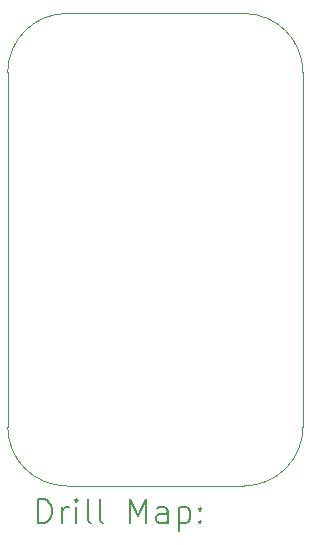
<source format=gbr>
%TF.GenerationSoftware,KiCad,Pcbnew,8.0.1*%
%TF.CreationDate,2024-09-18T22:43:36-06:00*%
%TF.ProjectId,semg,73656d67-2e6b-4696-9361-645f70636258,rev?*%
%TF.SameCoordinates,Original*%
%TF.FileFunction,Drillmap*%
%TF.FilePolarity,Positive*%
%FSLAX45Y45*%
G04 Gerber Fmt 4.5, Leading zero omitted, Abs format (unit mm)*
G04 Created by KiCad (PCBNEW 8.0.1) date 2024-09-18 22:43:36*
%MOMM*%
%LPD*%
G01*
G04 APERTURE LIST*
%ADD10C,0.050000*%
%ADD11C,0.200000*%
G04 APERTURE END LIST*
D10*
X5386447Y-1906447D02*
G75*
G02*
X5886447Y-1406447I500003J-3D01*
G01*
X7386447Y-1406447D02*
G75*
G02*
X7886453Y-1906447I3J-500003D01*
G01*
X7386447Y-1406447D02*
X5886447Y-1406447D01*
X5886447Y-5406447D02*
G75*
G02*
X5386453Y-4906447I3J499997D01*
G01*
X7886447Y-4906447D02*
X7886447Y-1906447D01*
X7886447Y-4906447D02*
G75*
G02*
X7386447Y-5406447I-499997J-3D01*
G01*
X5886447Y-5406447D02*
X7386447Y-5406447D01*
X5386447Y-1906447D02*
X5386447Y-4906447D01*
D11*
X5644723Y-5720430D02*
X5644723Y-5520430D01*
X5644723Y-5520430D02*
X5692342Y-5520430D01*
X5692342Y-5520430D02*
X5720914Y-5529954D01*
X5720914Y-5529954D02*
X5739961Y-5549002D01*
X5739961Y-5549002D02*
X5749485Y-5568049D01*
X5749485Y-5568049D02*
X5759009Y-5606145D01*
X5759009Y-5606145D02*
X5759009Y-5634716D01*
X5759009Y-5634716D02*
X5749485Y-5672811D01*
X5749485Y-5672811D02*
X5739961Y-5691859D01*
X5739961Y-5691859D02*
X5720914Y-5710907D01*
X5720914Y-5710907D02*
X5692342Y-5720430D01*
X5692342Y-5720430D02*
X5644723Y-5720430D01*
X5844723Y-5720430D02*
X5844723Y-5587097D01*
X5844723Y-5625192D02*
X5854247Y-5606145D01*
X5854247Y-5606145D02*
X5863771Y-5596621D01*
X5863771Y-5596621D02*
X5882819Y-5587097D01*
X5882819Y-5587097D02*
X5901866Y-5587097D01*
X5968533Y-5720430D02*
X5968533Y-5587097D01*
X5968533Y-5520430D02*
X5959009Y-5529954D01*
X5959009Y-5529954D02*
X5968533Y-5539478D01*
X5968533Y-5539478D02*
X5978057Y-5529954D01*
X5978057Y-5529954D02*
X5968533Y-5520430D01*
X5968533Y-5520430D02*
X5968533Y-5539478D01*
X6092342Y-5720430D02*
X6073295Y-5710907D01*
X6073295Y-5710907D02*
X6063771Y-5691859D01*
X6063771Y-5691859D02*
X6063771Y-5520430D01*
X6197104Y-5720430D02*
X6178057Y-5710907D01*
X6178057Y-5710907D02*
X6168533Y-5691859D01*
X6168533Y-5691859D02*
X6168533Y-5520430D01*
X6425676Y-5720430D02*
X6425676Y-5520430D01*
X6425676Y-5520430D02*
X6492342Y-5663287D01*
X6492342Y-5663287D02*
X6559009Y-5520430D01*
X6559009Y-5520430D02*
X6559009Y-5720430D01*
X6739961Y-5720430D02*
X6739961Y-5615668D01*
X6739961Y-5615668D02*
X6730438Y-5596621D01*
X6730438Y-5596621D02*
X6711390Y-5587097D01*
X6711390Y-5587097D02*
X6673295Y-5587097D01*
X6673295Y-5587097D02*
X6654247Y-5596621D01*
X6739961Y-5710907D02*
X6720914Y-5720430D01*
X6720914Y-5720430D02*
X6673295Y-5720430D01*
X6673295Y-5720430D02*
X6654247Y-5710907D01*
X6654247Y-5710907D02*
X6644723Y-5691859D01*
X6644723Y-5691859D02*
X6644723Y-5672811D01*
X6644723Y-5672811D02*
X6654247Y-5653764D01*
X6654247Y-5653764D02*
X6673295Y-5644240D01*
X6673295Y-5644240D02*
X6720914Y-5644240D01*
X6720914Y-5644240D02*
X6739961Y-5634716D01*
X6835200Y-5587097D02*
X6835200Y-5787097D01*
X6835200Y-5596621D02*
X6854247Y-5587097D01*
X6854247Y-5587097D02*
X6892342Y-5587097D01*
X6892342Y-5587097D02*
X6911390Y-5596621D01*
X6911390Y-5596621D02*
X6920914Y-5606145D01*
X6920914Y-5606145D02*
X6930438Y-5625192D01*
X6930438Y-5625192D02*
X6930438Y-5682335D01*
X6930438Y-5682335D02*
X6920914Y-5701383D01*
X6920914Y-5701383D02*
X6911390Y-5710907D01*
X6911390Y-5710907D02*
X6892342Y-5720430D01*
X6892342Y-5720430D02*
X6854247Y-5720430D01*
X6854247Y-5720430D02*
X6835200Y-5710907D01*
X7016152Y-5701383D02*
X7025676Y-5710907D01*
X7025676Y-5710907D02*
X7016152Y-5720430D01*
X7016152Y-5720430D02*
X7006628Y-5710907D01*
X7006628Y-5710907D02*
X7016152Y-5701383D01*
X7016152Y-5701383D02*
X7016152Y-5720430D01*
X7016152Y-5596621D02*
X7025676Y-5606145D01*
X7025676Y-5606145D02*
X7016152Y-5615668D01*
X7016152Y-5615668D02*
X7006628Y-5606145D01*
X7006628Y-5606145D02*
X7016152Y-5596621D01*
X7016152Y-5596621D02*
X7016152Y-5615668D01*
M02*

</source>
